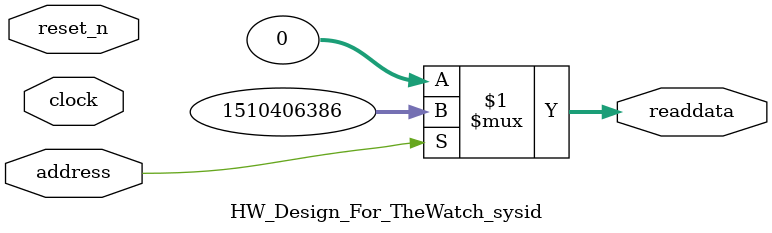
<source format=v>

`timescale 1ns / 1ps
// synthesis translate_on

// turn off superfluous verilog processor warnings 
// altera message_level Level1 
// altera message_off 10034 10035 10036 10037 10230 10240 10030 

module HW_Design_For_TheWatch_sysid (
               // inputs:
                address,
                clock,
                reset_n,

               // outputs:
                readdata
             )
;

  output  [ 31: 0] readdata;
  input            address;
  input            clock;
  input            reset_n;

  wire    [ 31: 0] readdata;
  //control_slave, which is an e_avalon_slave
  assign readdata = address ? 1510406386 : 0;

endmodule




</source>
